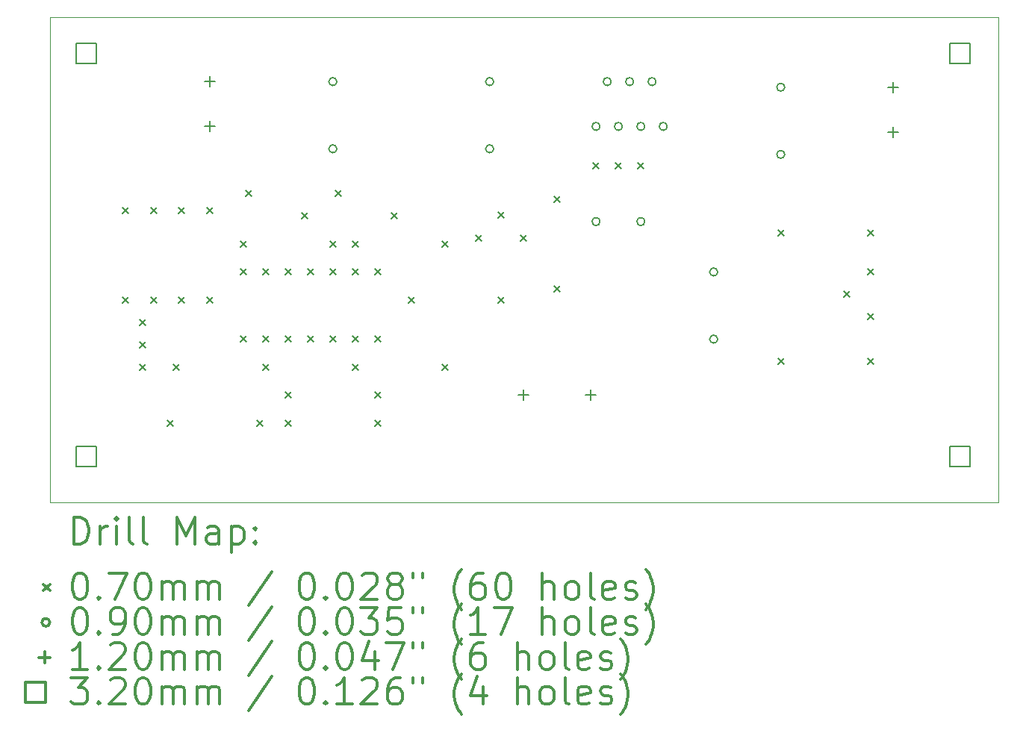
<source format=gbr>
%FSLAX45Y45*%
G04 Gerber Fmt 4.5, Leading zero omitted, Abs format (unit mm)*
G04 Created by KiCad (PCBNEW 4.0.1-stable) date 12/26/16 04:17:00*
%MOMM*%
G01*
G04 APERTURE LIST*
%ADD10C,0.127000*%
%ADD11C,0.100000*%
%ADD12C,0.200000*%
%ADD13C,0.300000*%
G04 APERTURE END LIST*
D10*
D11*
X20500000Y-15250000D02*
X20250000Y-15250000D01*
X20500000Y-9750000D02*
X20500000Y-15250000D01*
X20250000Y-9750000D02*
X20500000Y-9750000D01*
X20250000Y-15250000D02*
X20000000Y-15250000D01*
X20000000Y-9750000D02*
X20250000Y-9750000D01*
X9750000Y-15250000D02*
X20000000Y-15250000D01*
X9750000Y-15000000D02*
X9750000Y-15250000D01*
X9750000Y-9750000D02*
X9750000Y-15000000D01*
X20000000Y-9750000D02*
X9750000Y-9750000D01*
D12*
X10569500Y-11903000D02*
X10639500Y-11973000D01*
X10639500Y-11903000D02*
X10569500Y-11973000D01*
X10569500Y-12919000D02*
X10639500Y-12989000D01*
X10639500Y-12919000D02*
X10569500Y-12989000D01*
X10760000Y-13173000D02*
X10830000Y-13243000D01*
X10830000Y-13173000D02*
X10760000Y-13243000D01*
X10760000Y-13427000D02*
X10830000Y-13497000D01*
X10830000Y-13427000D02*
X10760000Y-13497000D01*
X10760000Y-13681000D02*
X10830000Y-13751000D01*
X10830000Y-13681000D02*
X10760000Y-13751000D01*
X10887000Y-11903000D02*
X10957000Y-11973000D01*
X10957000Y-11903000D02*
X10887000Y-11973000D01*
X10887000Y-12919000D02*
X10957000Y-12989000D01*
X10957000Y-12919000D02*
X10887000Y-12989000D01*
X11077500Y-14316000D02*
X11147500Y-14386000D01*
X11147500Y-14316000D02*
X11077500Y-14386000D01*
X11141000Y-13681000D02*
X11211000Y-13751000D01*
X11211000Y-13681000D02*
X11141000Y-13751000D01*
X11204500Y-11903000D02*
X11274500Y-11973000D01*
X11274500Y-11903000D02*
X11204500Y-11973000D01*
X11204500Y-12919000D02*
X11274500Y-12989000D01*
X11274500Y-12919000D02*
X11204500Y-12989000D01*
X11522000Y-11903000D02*
X11592000Y-11973000D01*
X11592000Y-11903000D02*
X11522000Y-11973000D01*
X11522000Y-12919000D02*
X11592000Y-12989000D01*
X11592000Y-12919000D02*
X11522000Y-12989000D01*
X11903000Y-12284000D02*
X11973000Y-12354000D01*
X11973000Y-12284000D02*
X11903000Y-12354000D01*
X11903000Y-12601500D02*
X11973000Y-12671500D01*
X11973000Y-12601500D02*
X11903000Y-12671500D01*
X11903000Y-13363500D02*
X11973000Y-13433500D01*
X11973000Y-13363500D02*
X11903000Y-13433500D01*
X11966500Y-11712500D02*
X12036500Y-11782500D01*
X12036500Y-11712500D02*
X11966500Y-11782500D01*
X12093500Y-14316000D02*
X12163500Y-14386000D01*
X12163500Y-14316000D02*
X12093500Y-14386000D01*
X12157000Y-12601500D02*
X12227000Y-12671500D01*
X12227000Y-12601500D02*
X12157000Y-12671500D01*
X12157000Y-13363500D02*
X12227000Y-13433500D01*
X12227000Y-13363500D02*
X12157000Y-13433500D01*
X12157000Y-13681000D02*
X12227000Y-13751000D01*
X12227000Y-13681000D02*
X12157000Y-13751000D01*
X12411000Y-12601500D02*
X12481000Y-12671500D01*
X12481000Y-12601500D02*
X12411000Y-12671500D01*
X12411000Y-13363500D02*
X12481000Y-13433500D01*
X12481000Y-13363500D02*
X12411000Y-13433500D01*
X12411000Y-13998500D02*
X12481000Y-14068500D01*
X12481000Y-13998500D02*
X12411000Y-14068500D01*
X12411000Y-14316000D02*
X12481000Y-14386000D01*
X12481000Y-14316000D02*
X12411000Y-14386000D01*
X12601500Y-11966500D02*
X12671500Y-12036500D01*
X12671500Y-11966500D02*
X12601500Y-12036500D01*
X12665000Y-12601500D02*
X12735000Y-12671500D01*
X12735000Y-12601500D02*
X12665000Y-12671500D01*
X12665000Y-13363500D02*
X12735000Y-13433500D01*
X12735000Y-13363500D02*
X12665000Y-13433500D01*
X12919000Y-12284000D02*
X12989000Y-12354000D01*
X12989000Y-12284000D02*
X12919000Y-12354000D01*
X12919000Y-12601500D02*
X12989000Y-12671500D01*
X12989000Y-12601500D02*
X12919000Y-12671500D01*
X12919000Y-13363500D02*
X12989000Y-13433500D01*
X12989000Y-13363500D02*
X12919000Y-13433500D01*
X12982500Y-11712500D02*
X13052500Y-11782500D01*
X13052500Y-11712500D02*
X12982500Y-11782500D01*
X13173000Y-12284000D02*
X13243000Y-12354000D01*
X13243000Y-12284000D02*
X13173000Y-12354000D01*
X13173000Y-12601500D02*
X13243000Y-12671500D01*
X13243000Y-12601500D02*
X13173000Y-12671500D01*
X13173000Y-13363500D02*
X13243000Y-13433500D01*
X13243000Y-13363500D02*
X13173000Y-13433500D01*
X13173000Y-13681000D02*
X13243000Y-13751000D01*
X13243000Y-13681000D02*
X13173000Y-13751000D01*
X13427000Y-12601500D02*
X13497000Y-12671500D01*
X13497000Y-12601500D02*
X13427000Y-12671500D01*
X13427000Y-13363500D02*
X13497000Y-13433500D01*
X13497000Y-13363500D02*
X13427000Y-13433500D01*
X13427000Y-13998500D02*
X13497000Y-14068500D01*
X13497000Y-13998500D02*
X13427000Y-14068500D01*
X13427000Y-14316000D02*
X13497000Y-14386000D01*
X13497000Y-14316000D02*
X13427000Y-14386000D01*
X13617500Y-11966500D02*
X13687500Y-12036500D01*
X13687500Y-11966500D02*
X13617500Y-12036500D01*
X13808000Y-12919000D02*
X13878000Y-12989000D01*
X13878000Y-12919000D02*
X13808000Y-12989000D01*
X14189000Y-12284000D02*
X14259000Y-12354000D01*
X14259000Y-12284000D02*
X14189000Y-12354000D01*
X14189000Y-13681000D02*
X14259000Y-13751000D01*
X14259000Y-13681000D02*
X14189000Y-13751000D01*
X14570000Y-12220500D02*
X14640000Y-12290500D01*
X14640000Y-12220500D02*
X14570000Y-12290500D01*
X14824000Y-11953800D02*
X14894000Y-12023800D01*
X14894000Y-11953800D02*
X14824000Y-12023800D01*
X14824000Y-12919000D02*
X14894000Y-12989000D01*
X14894000Y-12919000D02*
X14824000Y-12989000D01*
X15078000Y-12220500D02*
X15148000Y-12290500D01*
X15148000Y-12220500D02*
X15078000Y-12290500D01*
X15459000Y-11776000D02*
X15529000Y-11846000D01*
X15529000Y-11776000D02*
X15459000Y-11846000D01*
X15459000Y-12792000D02*
X15529000Y-12862000D01*
X15529000Y-12792000D02*
X15459000Y-12862000D01*
X15903500Y-11395000D02*
X15973500Y-11465000D01*
X15973500Y-11395000D02*
X15903500Y-11465000D01*
X16157500Y-11395000D02*
X16227500Y-11465000D01*
X16227500Y-11395000D02*
X16157500Y-11465000D01*
X16411500Y-11395000D02*
X16481500Y-11465000D01*
X16481500Y-11395000D02*
X16411500Y-11465000D01*
X17999000Y-12157000D02*
X18069000Y-12227000D01*
X18069000Y-12157000D02*
X17999000Y-12227000D01*
X17999000Y-13617500D02*
X18069000Y-13687500D01*
X18069000Y-13617500D02*
X17999000Y-13687500D01*
X18748300Y-12855500D02*
X18818300Y-12925500D01*
X18818300Y-12855500D02*
X18748300Y-12925500D01*
X19015000Y-12157000D02*
X19085000Y-12227000D01*
X19085000Y-12157000D02*
X19015000Y-12227000D01*
X19015000Y-12601500D02*
X19085000Y-12671500D01*
X19085000Y-12601500D02*
X19015000Y-12671500D01*
X19015000Y-13109500D02*
X19085000Y-13179500D01*
X19085000Y-13109500D02*
X19015000Y-13179500D01*
X19015000Y-13617500D02*
X19085000Y-13687500D01*
X19085000Y-13617500D02*
X19015000Y-13687500D01*
X12999000Y-10477500D02*
G75*
G03X12999000Y-10477500I-45000J0D01*
G01*
X12999000Y-11239500D02*
G75*
G03X12999000Y-11239500I-45000J0D01*
G01*
X14777000Y-10477500D02*
G75*
G03X14777000Y-10477500I-45000J0D01*
G01*
X14777000Y-11239500D02*
G75*
G03X14777000Y-11239500I-45000J0D01*
G01*
X15983500Y-10985500D02*
G75*
G03X15983500Y-10985500I-45000J0D01*
G01*
X15983500Y-12065000D02*
G75*
G03X15983500Y-12065000I-45000J0D01*
G01*
X16110500Y-10477500D02*
G75*
G03X16110500Y-10477500I-45000J0D01*
G01*
X16237500Y-10985500D02*
G75*
G03X16237500Y-10985500I-45000J0D01*
G01*
X16364500Y-10477500D02*
G75*
G03X16364500Y-10477500I-45000J0D01*
G01*
X16491500Y-10985500D02*
G75*
G03X16491500Y-10985500I-45000J0D01*
G01*
X16491500Y-12065000D02*
G75*
G03X16491500Y-12065000I-45000J0D01*
G01*
X16618500Y-10477500D02*
G75*
G03X16618500Y-10477500I-45000J0D01*
G01*
X16745500Y-10985500D02*
G75*
G03X16745500Y-10985500I-45000J0D01*
G01*
X17317000Y-12636500D02*
G75*
G03X17317000Y-12636500I-45000J0D01*
G01*
X17317000Y-13398500D02*
G75*
G03X17317000Y-13398500I-45000J0D01*
G01*
X18079000Y-10541000D02*
G75*
G03X18079000Y-10541000I-45000J0D01*
G01*
X18079000Y-11303000D02*
G75*
G03X18079000Y-11303000I-45000J0D01*
G01*
X11557000Y-10417500D02*
X11557000Y-10537500D01*
X11497000Y-10477500D02*
X11617000Y-10477500D01*
X11557000Y-10925500D02*
X11557000Y-11045500D01*
X11497000Y-10985500D02*
X11617000Y-10985500D01*
X15113000Y-13973500D02*
X15113000Y-14093500D01*
X15053000Y-14033500D02*
X15173000Y-14033500D01*
X15875000Y-13973500D02*
X15875000Y-14093500D01*
X15815000Y-14033500D02*
X15935000Y-14033500D01*
X19304000Y-10481000D02*
X19304000Y-10601000D01*
X19244000Y-10541000D02*
X19364000Y-10541000D01*
X19304000Y-10989000D02*
X19304000Y-11109000D01*
X19244000Y-11049000D02*
X19364000Y-11049000D01*
X10273138Y-10273138D02*
X10273138Y-10046862D01*
X10046862Y-10046862D01*
X10046862Y-10273138D01*
X10273138Y-10273138D01*
X10273138Y-14845138D02*
X10273138Y-14618862D01*
X10046862Y-14618862D01*
X10046862Y-14845138D01*
X10273138Y-14845138D01*
X20179138Y-10273138D02*
X20179138Y-10046862D01*
X19952862Y-10046862D01*
X19952862Y-10273138D01*
X20179138Y-10273138D01*
X20179138Y-14845138D02*
X20179138Y-14618862D01*
X19952862Y-14618862D01*
X19952862Y-14845138D01*
X20179138Y-14845138D01*
D13*
X10016429Y-15720714D02*
X10016429Y-15420714D01*
X10087857Y-15420714D01*
X10130714Y-15435000D01*
X10159286Y-15463571D01*
X10173571Y-15492143D01*
X10187857Y-15549286D01*
X10187857Y-15592143D01*
X10173571Y-15649286D01*
X10159286Y-15677857D01*
X10130714Y-15706429D01*
X10087857Y-15720714D01*
X10016429Y-15720714D01*
X10316429Y-15720714D02*
X10316429Y-15520714D01*
X10316429Y-15577857D02*
X10330714Y-15549286D01*
X10345000Y-15535000D01*
X10373571Y-15520714D01*
X10402143Y-15520714D01*
X10502143Y-15720714D02*
X10502143Y-15520714D01*
X10502143Y-15420714D02*
X10487857Y-15435000D01*
X10502143Y-15449286D01*
X10516429Y-15435000D01*
X10502143Y-15420714D01*
X10502143Y-15449286D01*
X10687857Y-15720714D02*
X10659286Y-15706429D01*
X10645000Y-15677857D01*
X10645000Y-15420714D01*
X10845000Y-15720714D02*
X10816429Y-15706429D01*
X10802143Y-15677857D01*
X10802143Y-15420714D01*
X11187857Y-15720714D02*
X11187857Y-15420714D01*
X11287857Y-15635000D01*
X11387857Y-15420714D01*
X11387857Y-15720714D01*
X11659286Y-15720714D02*
X11659286Y-15563571D01*
X11645000Y-15535000D01*
X11616428Y-15520714D01*
X11559286Y-15520714D01*
X11530714Y-15535000D01*
X11659286Y-15706429D02*
X11630714Y-15720714D01*
X11559286Y-15720714D01*
X11530714Y-15706429D01*
X11516428Y-15677857D01*
X11516428Y-15649286D01*
X11530714Y-15620714D01*
X11559286Y-15606429D01*
X11630714Y-15606429D01*
X11659286Y-15592143D01*
X11802143Y-15520714D02*
X11802143Y-15820714D01*
X11802143Y-15535000D02*
X11830714Y-15520714D01*
X11887857Y-15520714D01*
X11916428Y-15535000D01*
X11930714Y-15549286D01*
X11945000Y-15577857D01*
X11945000Y-15663571D01*
X11930714Y-15692143D01*
X11916428Y-15706429D01*
X11887857Y-15720714D01*
X11830714Y-15720714D01*
X11802143Y-15706429D01*
X12073571Y-15692143D02*
X12087857Y-15706429D01*
X12073571Y-15720714D01*
X12059286Y-15706429D01*
X12073571Y-15692143D01*
X12073571Y-15720714D01*
X12073571Y-15535000D02*
X12087857Y-15549286D01*
X12073571Y-15563571D01*
X12059286Y-15549286D01*
X12073571Y-15535000D01*
X12073571Y-15563571D01*
X9675000Y-16180000D02*
X9745000Y-16250000D01*
X9745000Y-16180000D02*
X9675000Y-16250000D01*
X10073571Y-16050714D02*
X10102143Y-16050714D01*
X10130714Y-16065000D01*
X10145000Y-16079286D01*
X10159286Y-16107857D01*
X10173571Y-16165000D01*
X10173571Y-16236429D01*
X10159286Y-16293571D01*
X10145000Y-16322143D01*
X10130714Y-16336429D01*
X10102143Y-16350714D01*
X10073571Y-16350714D01*
X10045000Y-16336429D01*
X10030714Y-16322143D01*
X10016429Y-16293571D01*
X10002143Y-16236429D01*
X10002143Y-16165000D01*
X10016429Y-16107857D01*
X10030714Y-16079286D01*
X10045000Y-16065000D01*
X10073571Y-16050714D01*
X10302143Y-16322143D02*
X10316429Y-16336429D01*
X10302143Y-16350714D01*
X10287857Y-16336429D01*
X10302143Y-16322143D01*
X10302143Y-16350714D01*
X10416428Y-16050714D02*
X10616428Y-16050714D01*
X10487857Y-16350714D01*
X10787857Y-16050714D02*
X10816429Y-16050714D01*
X10845000Y-16065000D01*
X10859286Y-16079286D01*
X10873571Y-16107857D01*
X10887857Y-16165000D01*
X10887857Y-16236429D01*
X10873571Y-16293571D01*
X10859286Y-16322143D01*
X10845000Y-16336429D01*
X10816429Y-16350714D01*
X10787857Y-16350714D01*
X10759286Y-16336429D01*
X10745000Y-16322143D01*
X10730714Y-16293571D01*
X10716429Y-16236429D01*
X10716429Y-16165000D01*
X10730714Y-16107857D01*
X10745000Y-16079286D01*
X10759286Y-16065000D01*
X10787857Y-16050714D01*
X11016429Y-16350714D02*
X11016429Y-16150714D01*
X11016429Y-16179286D02*
X11030714Y-16165000D01*
X11059286Y-16150714D01*
X11102143Y-16150714D01*
X11130714Y-16165000D01*
X11145000Y-16193571D01*
X11145000Y-16350714D01*
X11145000Y-16193571D02*
X11159286Y-16165000D01*
X11187857Y-16150714D01*
X11230714Y-16150714D01*
X11259286Y-16165000D01*
X11273571Y-16193571D01*
X11273571Y-16350714D01*
X11416428Y-16350714D02*
X11416428Y-16150714D01*
X11416428Y-16179286D02*
X11430714Y-16165000D01*
X11459286Y-16150714D01*
X11502143Y-16150714D01*
X11530714Y-16165000D01*
X11545000Y-16193571D01*
X11545000Y-16350714D01*
X11545000Y-16193571D02*
X11559286Y-16165000D01*
X11587857Y-16150714D01*
X11630714Y-16150714D01*
X11659286Y-16165000D01*
X11673571Y-16193571D01*
X11673571Y-16350714D01*
X12259286Y-16036429D02*
X12002143Y-16422143D01*
X12645000Y-16050714D02*
X12673571Y-16050714D01*
X12702143Y-16065000D01*
X12716428Y-16079286D01*
X12730714Y-16107857D01*
X12745000Y-16165000D01*
X12745000Y-16236429D01*
X12730714Y-16293571D01*
X12716428Y-16322143D01*
X12702143Y-16336429D01*
X12673571Y-16350714D01*
X12645000Y-16350714D01*
X12616428Y-16336429D01*
X12602143Y-16322143D01*
X12587857Y-16293571D01*
X12573571Y-16236429D01*
X12573571Y-16165000D01*
X12587857Y-16107857D01*
X12602143Y-16079286D01*
X12616428Y-16065000D01*
X12645000Y-16050714D01*
X12873571Y-16322143D02*
X12887857Y-16336429D01*
X12873571Y-16350714D01*
X12859286Y-16336429D01*
X12873571Y-16322143D01*
X12873571Y-16350714D01*
X13073571Y-16050714D02*
X13102143Y-16050714D01*
X13130714Y-16065000D01*
X13145000Y-16079286D01*
X13159285Y-16107857D01*
X13173571Y-16165000D01*
X13173571Y-16236429D01*
X13159285Y-16293571D01*
X13145000Y-16322143D01*
X13130714Y-16336429D01*
X13102143Y-16350714D01*
X13073571Y-16350714D01*
X13045000Y-16336429D01*
X13030714Y-16322143D01*
X13016428Y-16293571D01*
X13002143Y-16236429D01*
X13002143Y-16165000D01*
X13016428Y-16107857D01*
X13030714Y-16079286D01*
X13045000Y-16065000D01*
X13073571Y-16050714D01*
X13287857Y-16079286D02*
X13302143Y-16065000D01*
X13330714Y-16050714D01*
X13402143Y-16050714D01*
X13430714Y-16065000D01*
X13445000Y-16079286D01*
X13459285Y-16107857D01*
X13459285Y-16136429D01*
X13445000Y-16179286D01*
X13273571Y-16350714D01*
X13459285Y-16350714D01*
X13630714Y-16179286D02*
X13602143Y-16165000D01*
X13587857Y-16150714D01*
X13573571Y-16122143D01*
X13573571Y-16107857D01*
X13587857Y-16079286D01*
X13602143Y-16065000D01*
X13630714Y-16050714D01*
X13687857Y-16050714D01*
X13716428Y-16065000D01*
X13730714Y-16079286D01*
X13745000Y-16107857D01*
X13745000Y-16122143D01*
X13730714Y-16150714D01*
X13716428Y-16165000D01*
X13687857Y-16179286D01*
X13630714Y-16179286D01*
X13602143Y-16193571D01*
X13587857Y-16207857D01*
X13573571Y-16236429D01*
X13573571Y-16293571D01*
X13587857Y-16322143D01*
X13602143Y-16336429D01*
X13630714Y-16350714D01*
X13687857Y-16350714D01*
X13716428Y-16336429D01*
X13730714Y-16322143D01*
X13745000Y-16293571D01*
X13745000Y-16236429D01*
X13730714Y-16207857D01*
X13716428Y-16193571D01*
X13687857Y-16179286D01*
X13859286Y-16050714D02*
X13859286Y-16107857D01*
X13973571Y-16050714D02*
X13973571Y-16107857D01*
X14416428Y-16465000D02*
X14402143Y-16450714D01*
X14373571Y-16407857D01*
X14359285Y-16379286D01*
X14345000Y-16336429D01*
X14330714Y-16265000D01*
X14330714Y-16207857D01*
X14345000Y-16136429D01*
X14359285Y-16093571D01*
X14373571Y-16065000D01*
X14402143Y-16022143D01*
X14416428Y-16007857D01*
X14659285Y-16050714D02*
X14602143Y-16050714D01*
X14573571Y-16065000D01*
X14559285Y-16079286D01*
X14530714Y-16122143D01*
X14516428Y-16179286D01*
X14516428Y-16293571D01*
X14530714Y-16322143D01*
X14545000Y-16336429D01*
X14573571Y-16350714D01*
X14630714Y-16350714D01*
X14659285Y-16336429D01*
X14673571Y-16322143D01*
X14687857Y-16293571D01*
X14687857Y-16222143D01*
X14673571Y-16193571D01*
X14659285Y-16179286D01*
X14630714Y-16165000D01*
X14573571Y-16165000D01*
X14545000Y-16179286D01*
X14530714Y-16193571D01*
X14516428Y-16222143D01*
X14873571Y-16050714D02*
X14902143Y-16050714D01*
X14930714Y-16065000D01*
X14945000Y-16079286D01*
X14959285Y-16107857D01*
X14973571Y-16165000D01*
X14973571Y-16236429D01*
X14959285Y-16293571D01*
X14945000Y-16322143D01*
X14930714Y-16336429D01*
X14902143Y-16350714D01*
X14873571Y-16350714D01*
X14845000Y-16336429D01*
X14830714Y-16322143D01*
X14816428Y-16293571D01*
X14802143Y-16236429D01*
X14802143Y-16165000D01*
X14816428Y-16107857D01*
X14830714Y-16079286D01*
X14845000Y-16065000D01*
X14873571Y-16050714D01*
X15330714Y-16350714D02*
X15330714Y-16050714D01*
X15459285Y-16350714D02*
X15459285Y-16193571D01*
X15445000Y-16165000D01*
X15416428Y-16150714D01*
X15373571Y-16150714D01*
X15345000Y-16165000D01*
X15330714Y-16179286D01*
X15645000Y-16350714D02*
X15616428Y-16336429D01*
X15602143Y-16322143D01*
X15587857Y-16293571D01*
X15587857Y-16207857D01*
X15602143Y-16179286D01*
X15616428Y-16165000D01*
X15645000Y-16150714D01*
X15687857Y-16150714D01*
X15716428Y-16165000D01*
X15730714Y-16179286D01*
X15745000Y-16207857D01*
X15745000Y-16293571D01*
X15730714Y-16322143D01*
X15716428Y-16336429D01*
X15687857Y-16350714D01*
X15645000Y-16350714D01*
X15916428Y-16350714D02*
X15887857Y-16336429D01*
X15873571Y-16307857D01*
X15873571Y-16050714D01*
X16145000Y-16336429D02*
X16116428Y-16350714D01*
X16059286Y-16350714D01*
X16030714Y-16336429D01*
X16016428Y-16307857D01*
X16016428Y-16193571D01*
X16030714Y-16165000D01*
X16059286Y-16150714D01*
X16116428Y-16150714D01*
X16145000Y-16165000D01*
X16159286Y-16193571D01*
X16159286Y-16222143D01*
X16016428Y-16250714D01*
X16273571Y-16336429D02*
X16302143Y-16350714D01*
X16359286Y-16350714D01*
X16387857Y-16336429D01*
X16402143Y-16307857D01*
X16402143Y-16293571D01*
X16387857Y-16265000D01*
X16359286Y-16250714D01*
X16316428Y-16250714D01*
X16287857Y-16236429D01*
X16273571Y-16207857D01*
X16273571Y-16193571D01*
X16287857Y-16165000D01*
X16316428Y-16150714D01*
X16359286Y-16150714D01*
X16387857Y-16165000D01*
X16502143Y-16465000D02*
X16516428Y-16450714D01*
X16545000Y-16407857D01*
X16559286Y-16379286D01*
X16573571Y-16336429D01*
X16587857Y-16265000D01*
X16587857Y-16207857D01*
X16573571Y-16136429D01*
X16559286Y-16093571D01*
X16545000Y-16065000D01*
X16516428Y-16022143D01*
X16502143Y-16007857D01*
X9745000Y-16611000D02*
G75*
G03X9745000Y-16611000I-45000J0D01*
G01*
X10073571Y-16446714D02*
X10102143Y-16446714D01*
X10130714Y-16461000D01*
X10145000Y-16475286D01*
X10159286Y-16503857D01*
X10173571Y-16561000D01*
X10173571Y-16632429D01*
X10159286Y-16689571D01*
X10145000Y-16718143D01*
X10130714Y-16732429D01*
X10102143Y-16746714D01*
X10073571Y-16746714D01*
X10045000Y-16732429D01*
X10030714Y-16718143D01*
X10016429Y-16689571D01*
X10002143Y-16632429D01*
X10002143Y-16561000D01*
X10016429Y-16503857D01*
X10030714Y-16475286D01*
X10045000Y-16461000D01*
X10073571Y-16446714D01*
X10302143Y-16718143D02*
X10316429Y-16732429D01*
X10302143Y-16746714D01*
X10287857Y-16732429D01*
X10302143Y-16718143D01*
X10302143Y-16746714D01*
X10459286Y-16746714D02*
X10516428Y-16746714D01*
X10545000Y-16732429D01*
X10559286Y-16718143D01*
X10587857Y-16675286D01*
X10602143Y-16618143D01*
X10602143Y-16503857D01*
X10587857Y-16475286D01*
X10573571Y-16461000D01*
X10545000Y-16446714D01*
X10487857Y-16446714D01*
X10459286Y-16461000D01*
X10445000Y-16475286D01*
X10430714Y-16503857D01*
X10430714Y-16575286D01*
X10445000Y-16603857D01*
X10459286Y-16618143D01*
X10487857Y-16632429D01*
X10545000Y-16632429D01*
X10573571Y-16618143D01*
X10587857Y-16603857D01*
X10602143Y-16575286D01*
X10787857Y-16446714D02*
X10816429Y-16446714D01*
X10845000Y-16461000D01*
X10859286Y-16475286D01*
X10873571Y-16503857D01*
X10887857Y-16561000D01*
X10887857Y-16632429D01*
X10873571Y-16689571D01*
X10859286Y-16718143D01*
X10845000Y-16732429D01*
X10816429Y-16746714D01*
X10787857Y-16746714D01*
X10759286Y-16732429D01*
X10745000Y-16718143D01*
X10730714Y-16689571D01*
X10716429Y-16632429D01*
X10716429Y-16561000D01*
X10730714Y-16503857D01*
X10745000Y-16475286D01*
X10759286Y-16461000D01*
X10787857Y-16446714D01*
X11016429Y-16746714D02*
X11016429Y-16546714D01*
X11016429Y-16575286D02*
X11030714Y-16561000D01*
X11059286Y-16546714D01*
X11102143Y-16546714D01*
X11130714Y-16561000D01*
X11145000Y-16589571D01*
X11145000Y-16746714D01*
X11145000Y-16589571D02*
X11159286Y-16561000D01*
X11187857Y-16546714D01*
X11230714Y-16546714D01*
X11259286Y-16561000D01*
X11273571Y-16589571D01*
X11273571Y-16746714D01*
X11416428Y-16746714D02*
X11416428Y-16546714D01*
X11416428Y-16575286D02*
X11430714Y-16561000D01*
X11459286Y-16546714D01*
X11502143Y-16546714D01*
X11530714Y-16561000D01*
X11545000Y-16589571D01*
X11545000Y-16746714D01*
X11545000Y-16589571D02*
X11559286Y-16561000D01*
X11587857Y-16546714D01*
X11630714Y-16546714D01*
X11659286Y-16561000D01*
X11673571Y-16589571D01*
X11673571Y-16746714D01*
X12259286Y-16432429D02*
X12002143Y-16818143D01*
X12645000Y-16446714D02*
X12673571Y-16446714D01*
X12702143Y-16461000D01*
X12716428Y-16475286D01*
X12730714Y-16503857D01*
X12745000Y-16561000D01*
X12745000Y-16632429D01*
X12730714Y-16689571D01*
X12716428Y-16718143D01*
X12702143Y-16732429D01*
X12673571Y-16746714D01*
X12645000Y-16746714D01*
X12616428Y-16732429D01*
X12602143Y-16718143D01*
X12587857Y-16689571D01*
X12573571Y-16632429D01*
X12573571Y-16561000D01*
X12587857Y-16503857D01*
X12602143Y-16475286D01*
X12616428Y-16461000D01*
X12645000Y-16446714D01*
X12873571Y-16718143D02*
X12887857Y-16732429D01*
X12873571Y-16746714D01*
X12859286Y-16732429D01*
X12873571Y-16718143D01*
X12873571Y-16746714D01*
X13073571Y-16446714D02*
X13102143Y-16446714D01*
X13130714Y-16461000D01*
X13145000Y-16475286D01*
X13159285Y-16503857D01*
X13173571Y-16561000D01*
X13173571Y-16632429D01*
X13159285Y-16689571D01*
X13145000Y-16718143D01*
X13130714Y-16732429D01*
X13102143Y-16746714D01*
X13073571Y-16746714D01*
X13045000Y-16732429D01*
X13030714Y-16718143D01*
X13016428Y-16689571D01*
X13002143Y-16632429D01*
X13002143Y-16561000D01*
X13016428Y-16503857D01*
X13030714Y-16475286D01*
X13045000Y-16461000D01*
X13073571Y-16446714D01*
X13273571Y-16446714D02*
X13459285Y-16446714D01*
X13359285Y-16561000D01*
X13402143Y-16561000D01*
X13430714Y-16575286D01*
X13445000Y-16589571D01*
X13459285Y-16618143D01*
X13459285Y-16689571D01*
X13445000Y-16718143D01*
X13430714Y-16732429D01*
X13402143Y-16746714D01*
X13316428Y-16746714D01*
X13287857Y-16732429D01*
X13273571Y-16718143D01*
X13730714Y-16446714D02*
X13587857Y-16446714D01*
X13573571Y-16589571D01*
X13587857Y-16575286D01*
X13616428Y-16561000D01*
X13687857Y-16561000D01*
X13716428Y-16575286D01*
X13730714Y-16589571D01*
X13745000Y-16618143D01*
X13745000Y-16689571D01*
X13730714Y-16718143D01*
X13716428Y-16732429D01*
X13687857Y-16746714D01*
X13616428Y-16746714D01*
X13587857Y-16732429D01*
X13573571Y-16718143D01*
X13859286Y-16446714D02*
X13859286Y-16503857D01*
X13973571Y-16446714D02*
X13973571Y-16503857D01*
X14416428Y-16861000D02*
X14402143Y-16846714D01*
X14373571Y-16803857D01*
X14359285Y-16775286D01*
X14345000Y-16732429D01*
X14330714Y-16661000D01*
X14330714Y-16603857D01*
X14345000Y-16532429D01*
X14359285Y-16489571D01*
X14373571Y-16461000D01*
X14402143Y-16418143D01*
X14416428Y-16403857D01*
X14687857Y-16746714D02*
X14516428Y-16746714D01*
X14602143Y-16746714D02*
X14602143Y-16446714D01*
X14573571Y-16489571D01*
X14545000Y-16518143D01*
X14516428Y-16532429D01*
X14787857Y-16446714D02*
X14987857Y-16446714D01*
X14859285Y-16746714D01*
X15330714Y-16746714D02*
X15330714Y-16446714D01*
X15459285Y-16746714D02*
X15459285Y-16589571D01*
X15445000Y-16561000D01*
X15416428Y-16546714D01*
X15373571Y-16546714D01*
X15345000Y-16561000D01*
X15330714Y-16575286D01*
X15645000Y-16746714D02*
X15616428Y-16732429D01*
X15602143Y-16718143D01*
X15587857Y-16689571D01*
X15587857Y-16603857D01*
X15602143Y-16575286D01*
X15616428Y-16561000D01*
X15645000Y-16546714D01*
X15687857Y-16546714D01*
X15716428Y-16561000D01*
X15730714Y-16575286D01*
X15745000Y-16603857D01*
X15745000Y-16689571D01*
X15730714Y-16718143D01*
X15716428Y-16732429D01*
X15687857Y-16746714D01*
X15645000Y-16746714D01*
X15916428Y-16746714D02*
X15887857Y-16732429D01*
X15873571Y-16703857D01*
X15873571Y-16446714D01*
X16145000Y-16732429D02*
X16116428Y-16746714D01*
X16059286Y-16746714D01*
X16030714Y-16732429D01*
X16016428Y-16703857D01*
X16016428Y-16589571D01*
X16030714Y-16561000D01*
X16059286Y-16546714D01*
X16116428Y-16546714D01*
X16145000Y-16561000D01*
X16159286Y-16589571D01*
X16159286Y-16618143D01*
X16016428Y-16646714D01*
X16273571Y-16732429D02*
X16302143Y-16746714D01*
X16359286Y-16746714D01*
X16387857Y-16732429D01*
X16402143Y-16703857D01*
X16402143Y-16689571D01*
X16387857Y-16661000D01*
X16359286Y-16646714D01*
X16316428Y-16646714D01*
X16287857Y-16632429D01*
X16273571Y-16603857D01*
X16273571Y-16589571D01*
X16287857Y-16561000D01*
X16316428Y-16546714D01*
X16359286Y-16546714D01*
X16387857Y-16561000D01*
X16502143Y-16861000D02*
X16516428Y-16846714D01*
X16545000Y-16803857D01*
X16559286Y-16775286D01*
X16573571Y-16732429D01*
X16587857Y-16661000D01*
X16587857Y-16603857D01*
X16573571Y-16532429D01*
X16559286Y-16489571D01*
X16545000Y-16461000D01*
X16516428Y-16418143D01*
X16502143Y-16403857D01*
X9685000Y-16947000D02*
X9685000Y-17067000D01*
X9625000Y-17007000D02*
X9745000Y-17007000D01*
X10173571Y-17142714D02*
X10002143Y-17142714D01*
X10087857Y-17142714D02*
X10087857Y-16842714D01*
X10059286Y-16885572D01*
X10030714Y-16914143D01*
X10002143Y-16928429D01*
X10302143Y-17114143D02*
X10316429Y-17128429D01*
X10302143Y-17142714D01*
X10287857Y-17128429D01*
X10302143Y-17114143D01*
X10302143Y-17142714D01*
X10430714Y-16871286D02*
X10445000Y-16857000D01*
X10473571Y-16842714D01*
X10545000Y-16842714D01*
X10573571Y-16857000D01*
X10587857Y-16871286D01*
X10602143Y-16899857D01*
X10602143Y-16928429D01*
X10587857Y-16971286D01*
X10416428Y-17142714D01*
X10602143Y-17142714D01*
X10787857Y-16842714D02*
X10816429Y-16842714D01*
X10845000Y-16857000D01*
X10859286Y-16871286D01*
X10873571Y-16899857D01*
X10887857Y-16957000D01*
X10887857Y-17028429D01*
X10873571Y-17085572D01*
X10859286Y-17114143D01*
X10845000Y-17128429D01*
X10816429Y-17142714D01*
X10787857Y-17142714D01*
X10759286Y-17128429D01*
X10745000Y-17114143D01*
X10730714Y-17085572D01*
X10716429Y-17028429D01*
X10716429Y-16957000D01*
X10730714Y-16899857D01*
X10745000Y-16871286D01*
X10759286Y-16857000D01*
X10787857Y-16842714D01*
X11016429Y-17142714D02*
X11016429Y-16942714D01*
X11016429Y-16971286D02*
X11030714Y-16957000D01*
X11059286Y-16942714D01*
X11102143Y-16942714D01*
X11130714Y-16957000D01*
X11145000Y-16985572D01*
X11145000Y-17142714D01*
X11145000Y-16985572D02*
X11159286Y-16957000D01*
X11187857Y-16942714D01*
X11230714Y-16942714D01*
X11259286Y-16957000D01*
X11273571Y-16985572D01*
X11273571Y-17142714D01*
X11416428Y-17142714D02*
X11416428Y-16942714D01*
X11416428Y-16971286D02*
X11430714Y-16957000D01*
X11459286Y-16942714D01*
X11502143Y-16942714D01*
X11530714Y-16957000D01*
X11545000Y-16985572D01*
X11545000Y-17142714D01*
X11545000Y-16985572D02*
X11559286Y-16957000D01*
X11587857Y-16942714D01*
X11630714Y-16942714D01*
X11659286Y-16957000D01*
X11673571Y-16985572D01*
X11673571Y-17142714D01*
X12259286Y-16828429D02*
X12002143Y-17214143D01*
X12645000Y-16842714D02*
X12673571Y-16842714D01*
X12702143Y-16857000D01*
X12716428Y-16871286D01*
X12730714Y-16899857D01*
X12745000Y-16957000D01*
X12745000Y-17028429D01*
X12730714Y-17085572D01*
X12716428Y-17114143D01*
X12702143Y-17128429D01*
X12673571Y-17142714D01*
X12645000Y-17142714D01*
X12616428Y-17128429D01*
X12602143Y-17114143D01*
X12587857Y-17085572D01*
X12573571Y-17028429D01*
X12573571Y-16957000D01*
X12587857Y-16899857D01*
X12602143Y-16871286D01*
X12616428Y-16857000D01*
X12645000Y-16842714D01*
X12873571Y-17114143D02*
X12887857Y-17128429D01*
X12873571Y-17142714D01*
X12859286Y-17128429D01*
X12873571Y-17114143D01*
X12873571Y-17142714D01*
X13073571Y-16842714D02*
X13102143Y-16842714D01*
X13130714Y-16857000D01*
X13145000Y-16871286D01*
X13159285Y-16899857D01*
X13173571Y-16957000D01*
X13173571Y-17028429D01*
X13159285Y-17085572D01*
X13145000Y-17114143D01*
X13130714Y-17128429D01*
X13102143Y-17142714D01*
X13073571Y-17142714D01*
X13045000Y-17128429D01*
X13030714Y-17114143D01*
X13016428Y-17085572D01*
X13002143Y-17028429D01*
X13002143Y-16957000D01*
X13016428Y-16899857D01*
X13030714Y-16871286D01*
X13045000Y-16857000D01*
X13073571Y-16842714D01*
X13430714Y-16942714D02*
X13430714Y-17142714D01*
X13359285Y-16828429D02*
X13287857Y-17042714D01*
X13473571Y-17042714D01*
X13559285Y-16842714D02*
X13759285Y-16842714D01*
X13630714Y-17142714D01*
X13859286Y-16842714D02*
X13859286Y-16899857D01*
X13973571Y-16842714D02*
X13973571Y-16899857D01*
X14416428Y-17257000D02*
X14402143Y-17242714D01*
X14373571Y-17199857D01*
X14359285Y-17171286D01*
X14345000Y-17128429D01*
X14330714Y-17057000D01*
X14330714Y-16999857D01*
X14345000Y-16928429D01*
X14359285Y-16885572D01*
X14373571Y-16857000D01*
X14402143Y-16814143D01*
X14416428Y-16799857D01*
X14659285Y-16842714D02*
X14602143Y-16842714D01*
X14573571Y-16857000D01*
X14559285Y-16871286D01*
X14530714Y-16914143D01*
X14516428Y-16971286D01*
X14516428Y-17085572D01*
X14530714Y-17114143D01*
X14545000Y-17128429D01*
X14573571Y-17142714D01*
X14630714Y-17142714D01*
X14659285Y-17128429D01*
X14673571Y-17114143D01*
X14687857Y-17085572D01*
X14687857Y-17014143D01*
X14673571Y-16985572D01*
X14659285Y-16971286D01*
X14630714Y-16957000D01*
X14573571Y-16957000D01*
X14545000Y-16971286D01*
X14530714Y-16985572D01*
X14516428Y-17014143D01*
X15045000Y-17142714D02*
X15045000Y-16842714D01*
X15173571Y-17142714D02*
X15173571Y-16985572D01*
X15159285Y-16957000D01*
X15130714Y-16942714D01*
X15087857Y-16942714D01*
X15059285Y-16957000D01*
X15045000Y-16971286D01*
X15359285Y-17142714D02*
X15330714Y-17128429D01*
X15316428Y-17114143D01*
X15302143Y-17085572D01*
X15302143Y-16999857D01*
X15316428Y-16971286D01*
X15330714Y-16957000D01*
X15359285Y-16942714D01*
X15402143Y-16942714D01*
X15430714Y-16957000D01*
X15445000Y-16971286D01*
X15459285Y-16999857D01*
X15459285Y-17085572D01*
X15445000Y-17114143D01*
X15430714Y-17128429D01*
X15402143Y-17142714D01*
X15359285Y-17142714D01*
X15630714Y-17142714D02*
X15602143Y-17128429D01*
X15587857Y-17099857D01*
X15587857Y-16842714D01*
X15859286Y-17128429D02*
X15830714Y-17142714D01*
X15773571Y-17142714D01*
X15745000Y-17128429D01*
X15730714Y-17099857D01*
X15730714Y-16985572D01*
X15745000Y-16957000D01*
X15773571Y-16942714D01*
X15830714Y-16942714D01*
X15859286Y-16957000D01*
X15873571Y-16985572D01*
X15873571Y-17014143D01*
X15730714Y-17042714D01*
X15987857Y-17128429D02*
X16016428Y-17142714D01*
X16073571Y-17142714D01*
X16102143Y-17128429D01*
X16116428Y-17099857D01*
X16116428Y-17085572D01*
X16102143Y-17057000D01*
X16073571Y-17042714D01*
X16030714Y-17042714D01*
X16002143Y-17028429D01*
X15987857Y-16999857D01*
X15987857Y-16985572D01*
X16002143Y-16957000D01*
X16030714Y-16942714D01*
X16073571Y-16942714D01*
X16102143Y-16957000D01*
X16216428Y-17257000D02*
X16230714Y-17242714D01*
X16259286Y-17199857D01*
X16273571Y-17171286D01*
X16287857Y-17128429D01*
X16302143Y-17057000D01*
X16302143Y-16999857D01*
X16287857Y-16928429D01*
X16273571Y-16885572D01*
X16259286Y-16857000D01*
X16230714Y-16814143D01*
X16216428Y-16799857D01*
X9698138Y-17516138D02*
X9698138Y-17289862D01*
X9471862Y-17289862D01*
X9471862Y-17516138D01*
X9698138Y-17516138D01*
X9987857Y-17238714D02*
X10173571Y-17238714D01*
X10073571Y-17353000D01*
X10116429Y-17353000D01*
X10145000Y-17367286D01*
X10159286Y-17381572D01*
X10173571Y-17410143D01*
X10173571Y-17481572D01*
X10159286Y-17510143D01*
X10145000Y-17524429D01*
X10116429Y-17538714D01*
X10030714Y-17538714D01*
X10002143Y-17524429D01*
X9987857Y-17510143D01*
X10302143Y-17510143D02*
X10316429Y-17524429D01*
X10302143Y-17538714D01*
X10287857Y-17524429D01*
X10302143Y-17510143D01*
X10302143Y-17538714D01*
X10430714Y-17267286D02*
X10445000Y-17253000D01*
X10473571Y-17238714D01*
X10545000Y-17238714D01*
X10573571Y-17253000D01*
X10587857Y-17267286D01*
X10602143Y-17295857D01*
X10602143Y-17324429D01*
X10587857Y-17367286D01*
X10416428Y-17538714D01*
X10602143Y-17538714D01*
X10787857Y-17238714D02*
X10816429Y-17238714D01*
X10845000Y-17253000D01*
X10859286Y-17267286D01*
X10873571Y-17295857D01*
X10887857Y-17353000D01*
X10887857Y-17424429D01*
X10873571Y-17481572D01*
X10859286Y-17510143D01*
X10845000Y-17524429D01*
X10816429Y-17538714D01*
X10787857Y-17538714D01*
X10759286Y-17524429D01*
X10745000Y-17510143D01*
X10730714Y-17481572D01*
X10716429Y-17424429D01*
X10716429Y-17353000D01*
X10730714Y-17295857D01*
X10745000Y-17267286D01*
X10759286Y-17253000D01*
X10787857Y-17238714D01*
X11016429Y-17538714D02*
X11016429Y-17338714D01*
X11016429Y-17367286D02*
X11030714Y-17353000D01*
X11059286Y-17338714D01*
X11102143Y-17338714D01*
X11130714Y-17353000D01*
X11145000Y-17381572D01*
X11145000Y-17538714D01*
X11145000Y-17381572D02*
X11159286Y-17353000D01*
X11187857Y-17338714D01*
X11230714Y-17338714D01*
X11259286Y-17353000D01*
X11273571Y-17381572D01*
X11273571Y-17538714D01*
X11416428Y-17538714D02*
X11416428Y-17338714D01*
X11416428Y-17367286D02*
X11430714Y-17353000D01*
X11459286Y-17338714D01*
X11502143Y-17338714D01*
X11530714Y-17353000D01*
X11545000Y-17381572D01*
X11545000Y-17538714D01*
X11545000Y-17381572D02*
X11559286Y-17353000D01*
X11587857Y-17338714D01*
X11630714Y-17338714D01*
X11659286Y-17353000D01*
X11673571Y-17381572D01*
X11673571Y-17538714D01*
X12259286Y-17224429D02*
X12002143Y-17610143D01*
X12645000Y-17238714D02*
X12673571Y-17238714D01*
X12702143Y-17253000D01*
X12716428Y-17267286D01*
X12730714Y-17295857D01*
X12745000Y-17353000D01*
X12745000Y-17424429D01*
X12730714Y-17481572D01*
X12716428Y-17510143D01*
X12702143Y-17524429D01*
X12673571Y-17538714D01*
X12645000Y-17538714D01*
X12616428Y-17524429D01*
X12602143Y-17510143D01*
X12587857Y-17481572D01*
X12573571Y-17424429D01*
X12573571Y-17353000D01*
X12587857Y-17295857D01*
X12602143Y-17267286D01*
X12616428Y-17253000D01*
X12645000Y-17238714D01*
X12873571Y-17510143D02*
X12887857Y-17524429D01*
X12873571Y-17538714D01*
X12859286Y-17524429D01*
X12873571Y-17510143D01*
X12873571Y-17538714D01*
X13173571Y-17538714D02*
X13002143Y-17538714D01*
X13087857Y-17538714D02*
X13087857Y-17238714D01*
X13059285Y-17281572D01*
X13030714Y-17310143D01*
X13002143Y-17324429D01*
X13287857Y-17267286D02*
X13302143Y-17253000D01*
X13330714Y-17238714D01*
X13402143Y-17238714D01*
X13430714Y-17253000D01*
X13445000Y-17267286D01*
X13459285Y-17295857D01*
X13459285Y-17324429D01*
X13445000Y-17367286D01*
X13273571Y-17538714D01*
X13459285Y-17538714D01*
X13716428Y-17238714D02*
X13659285Y-17238714D01*
X13630714Y-17253000D01*
X13616428Y-17267286D01*
X13587857Y-17310143D01*
X13573571Y-17367286D01*
X13573571Y-17481572D01*
X13587857Y-17510143D01*
X13602143Y-17524429D01*
X13630714Y-17538714D01*
X13687857Y-17538714D01*
X13716428Y-17524429D01*
X13730714Y-17510143D01*
X13745000Y-17481572D01*
X13745000Y-17410143D01*
X13730714Y-17381572D01*
X13716428Y-17367286D01*
X13687857Y-17353000D01*
X13630714Y-17353000D01*
X13602143Y-17367286D01*
X13587857Y-17381572D01*
X13573571Y-17410143D01*
X13859286Y-17238714D02*
X13859286Y-17295857D01*
X13973571Y-17238714D02*
X13973571Y-17295857D01*
X14416428Y-17653000D02*
X14402143Y-17638714D01*
X14373571Y-17595857D01*
X14359285Y-17567286D01*
X14345000Y-17524429D01*
X14330714Y-17453000D01*
X14330714Y-17395857D01*
X14345000Y-17324429D01*
X14359285Y-17281572D01*
X14373571Y-17253000D01*
X14402143Y-17210143D01*
X14416428Y-17195857D01*
X14659285Y-17338714D02*
X14659285Y-17538714D01*
X14587857Y-17224429D02*
X14516428Y-17438714D01*
X14702143Y-17438714D01*
X15045000Y-17538714D02*
X15045000Y-17238714D01*
X15173571Y-17538714D02*
X15173571Y-17381572D01*
X15159285Y-17353000D01*
X15130714Y-17338714D01*
X15087857Y-17338714D01*
X15059285Y-17353000D01*
X15045000Y-17367286D01*
X15359285Y-17538714D02*
X15330714Y-17524429D01*
X15316428Y-17510143D01*
X15302143Y-17481572D01*
X15302143Y-17395857D01*
X15316428Y-17367286D01*
X15330714Y-17353000D01*
X15359285Y-17338714D01*
X15402143Y-17338714D01*
X15430714Y-17353000D01*
X15445000Y-17367286D01*
X15459285Y-17395857D01*
X15459285Y-17481572D01*
X15445000Y-17510143D01*
X15430714Y-17524429D01*
X15402143Y-17538714D01*
X15359285Y-17538714D01*
X15630714Y-17538714D02*
X15602143Y-17524429D01*
X15587857Y-17495857D01*
X15587857Y-17238714D01*
X15859286Y-17524429D02*
X15830714Y-17538714D01*
X15773571Y-17538714D01*
X15745000Y-17524429D01*
X15730714Y-17495857D01*
X15730714Y-17381572D01*
X15745000Y-17353000D01*
X15773571Y-17338714D01*
X15830714Y-17338714D01*
X15859286Y-17353000D01*
X15873571Y-17381572D01*
X15873571Y-17410143D01*
X15730714Y-17438714D01*
X15987857Y-17524429D02*
X16016428Y-17538714D01*
X16073571Y-17538714D01*
X16102143Y-17524429D01*
X16116428Y-17495857D01*
X16116428Y-17481572D01*
X16102143Y-17453000D01*
X16073571Y-17438714D01*
X16030714Y-17438714D01*
X16002143Y-17424429D01*
X15987857Y-17395857D01*
X15987857Y-17381572D01*
X16002143Y-17353000D01*
X16030714Y-17338714D01*
X16073571Y-17338714D01*
X16102143Y-17353000D01*
X16216428Y-17653000D02*
X16230714Y-17638714D01*
X16259286Y-17595857D01*
X16273571Y-17567286D01*
X16287857Y-17524429D01*
X16302143Y-17453000D01*
X16302143Y-17395857D01*
X16287857Y-17324429D01*
X16273571Y-17281572D01*
X16259286Y-17253000D01*
X16230714Y-17210143D01*
X16216428Y-17195857D01*
M02*

</source>
